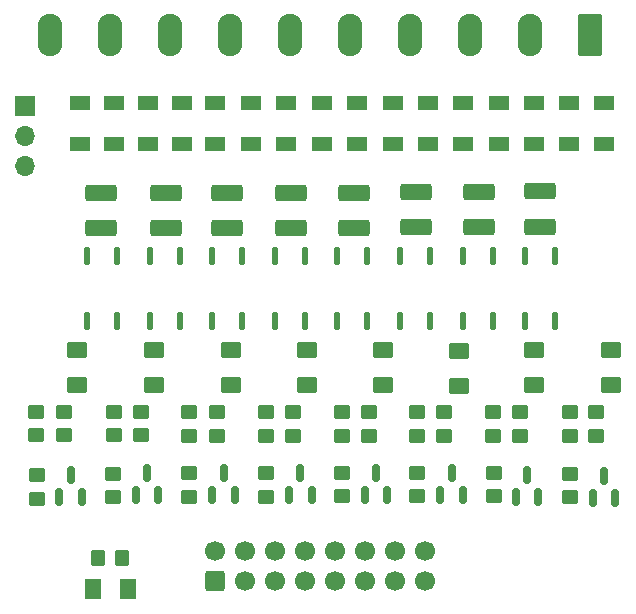
<source format=gbr>
%TF.GenerationSoftware,KiCad,Pcbnew,6.0.11+dfsg-1~bpo11+1*%
%TF.CreationDate,2023-07-05T16:24:21+02:00*%
%TF.ProjectId,dout8rib21,646f7574-3872-4696-9232-312e6b696361,1.1*%
%TF.SameCoordinates,Original*%
%TF.FileFunction,Soldermask,Top*%
%TF.FilePolarity,Negative*%
%FSLAX46Y46*%
G04 Gerber Fmt 4.6, Leading zero omitted, Abs format (unit mm)*
G04 Created by KiCad (PCBNEW 6.0.11+dfsg-1~bpo11+1) date 2023-07-05 16:24:21*
%MOMM*%
%LPD*%
G01*
G04 APERTURE LIST*
G04 Aperture macros list*
%AMRoundRect*
0 Rectangle with rounded corners*
0 $1 Rounding radius*
0 $2 $3 $4 $5 $6 $7 $8 $9 X,Y pos of 4 corners*
0 Add a 4 corners polygon primitive as box body*
4,1,4,$2,$3,$4,$5,$6,$7,$8,$9,$2,$3,0*
0 Add four circle primitives for the rounded corners*
1,1,$1+$1,$2,$3*
1,1,$1+$1,$4,$5*
1,1,$1+$1,$6,$7*
1,1,$1+$1,$8,$9*
0 Add four rect primitives between the rounded corners*
20,1,$1+$1,$2,$3,$4,$5,0*
20,1,$1+$1,$4,$5,$6,$7,0*
20,1,$1+$1,$6,$7,$8,$9,0*
20,1,$1+$1,$8,$9,$2,$3,0*%
G04 Aperture macros list end*
%ADD10RoundRect,0.137500X0.137500X-0.587500X0.137500X0.587500X-0.137500X0.587500X-0.137500X-0.587500X0*%
%ADD11R,1.700000X1.300000*%
%ADD12RoundRect,0.150000X0.150000X-0.587500X0.150000X0.587500X-0.150000X0.587500X-0.150000X-0.587500X0*%
%ADD13RoundRect,0.250001X1.074999X-0.462499X1.074999X0.462499X-1.074999X0.462499X-1.074999X-0.462499X0*%
%ADD14RoundRect,0.250001X-0.624999X0.462499X-0.624999X-0.462499X0.624999X-0.462499X0.624999X0.462499X0*%
%ADD15RoundRect,0.250000X0.450000X-0.350000X0.450000X0.350000X-0.450000X0.350000X-0.450000X-0.350000X0*%
%ADD16R,1.700000X1.700000*%
%ADD17O,1.700000X1.700000*%
%ADD18RoundRect,0.250000X0.600000X-0.600000X0.600000X0.600000X-0.600000X0.600000X-0.600000X-0.600000X0*%
%ADD19C,1.700000*%
%ADD20RoundRect,0.250001X0.462499X0.624999X-0.462499X0.624999X-0.462499X-0.624999X0.462499X-0.624999X0*%
%ADD21RoundRect,0.249999X0.790001X1.550001X-0.790001X1.550001X-0.790001X-1.550001X0.790001X-1.550001X0*%
%ADD22O,2.080000X3.600000*%
%ADD23RoundRect,0.250000X-0.350000X-0.450000X0.350000X-0.450000X0.350000X0.450000X-0.350000X0.450000X0*%
G04 APERTURE END LIST*
D10*
%TO.C,U6*%
X143830000Y-94950000D03*
X146370000Y-94950000D03*
X146370000Y-89450000D03*
X143830000Y-89450000D03*
%TD*%
D11*
%TO.C,D23*%
X132600000Y-80000000D03*
X132600000Y-76500000D03*
%TD*%
D12*
%TO.C,Q4*%
X156740000Y-109690000D03*
X158640000Y-109690000D03*
X157690000Y-107815000D03*
%TD*%
%TO.C,Q7*%
X137370000Y-109710000D03*
X139270000Y-109710000D03*
X138320000Y-107835000D03*
%TD*%
D13*
%TO.C,F8*%
X134400000Y-87075000D03*
X134400000Y-84100000D03*
%TD*%
D14*
%TO.C,D21*%
X132400000Y-97425000D03*
X132400000Y-100400000D03*
%TD*%
D13*
%TO.C,F7*%
X139900000Y-87075000D03*
X139900000Y-84100000D03*
%TD*%
D12*
%TO.C,Q1*%
X176050000Y-109937500D03*
X177950000Y-109937500D03*
X177000000Y-108062500D03*
%TD*%
D15*
%TO.C,R15*%
X141900000Y-109840000D03*
X141900000Y-107840000D03*
%TD*%
D11*
%TO.C,D18*%
X153100000Y-76500000D03*
X153100000Y-80000000D03*
%TD*%
D14*
%TO.C,D4*%
X164700000Y-97500000D03*
X164700000Y-100475000D03*
%TD*%
D15*
%TO.C,R20*%
X135400000Y-109900000D03*
X135400000Y-107900000D03*
%TD*%
%TO.C,R6*%
X174100000Y-104700000D03*
X174100000Y-102700000D03*
%TD*%
%TO.C,R12*%
X161200000Y-104700000D03*
X161200000Y-102700000D03*
%TD*%
D11*
%TO.C,D16*%
X165100000Y-76500000D03*
X165100000Y-80000000D03*
%TD*%
%TO.C,D17*%
X159100000Y-76500000D03*
X159100000Y-80000000D03*
%TD*%
D12*
%TO.C,Q2*%
X169550000Y-109875000D03*
X171450000Y-109875000D03*
X170500000Y-108000000D03*
%TD*%
D11*
%TO.C,D14*%
X177000000Y-76500000D03*
X177000000Y-80000000D03*
%TD*%
%TO.C,D19*%
X147100000Y-76500000D03*
X147100000Y-80000000D03*
%TD*%
%TO.C,D15*%
X171100000Y-76500000D03*
X171100000Y-80000000D03*
%TD*%
D16*
%TO.C,J3*%
X128000000Y-76775000D03*
D17*
X128000000Y-79315000D03*
X128000000Y-81855000D03*
%TD*%
D11*
%TO.C,D11*%
X156100000Y-80000000D03*
X156100000Y-76500000D03*
%TD*%
D13*
%TO.C,F2*%
X166400000Y-87000000D03*
X166400000Y-84025000D03*
%TD*%
D15*
%TO.C,R24*%
X135500000Y-104650000D03*
X135500000Y-102650000D03*
%TD*%
D13*
%TO.C,F3*%
X161100000Y-87000000D03*
X161100000Y-84025000D03*
%TD*%
D12*
%TO.C,Q3*%
X163160000Y-109690000D03*
X165060000Y-109690000D03*
X164110000Y-107815000D03*
%TD*%
D15*
%TO.C,R3*%
X167650000Y-109820000D03*
X167650000Y-107820000D03*
%TD*%
D14*
%TO.C,D2*%
X177600000Y-97425000D03*
X177600000Y-100400000D03*
%TD*%
D13*
%TO.C,F1*%
X171600000Y-86975000D03*
X171600000Y-84000000D03*
%TD*%
D15*
%TO.C,R18*%
X148400000Y-104700000D03*
X148400000Y-102700000D03*
%TD*%
D10*
%TO.C,U5*%
X149130000Y-94950000D03*
X151670000Y-94950000D03*
X151670000Y-89450000D03*
X149130000Y-89450000D03*
%TD*%
D15*
%TO.C,R16*%
X150700000Y-104700000D03*
X150700000Y-102700000D03*
%TD*%
D14*
%TO.C,D7*%
X145400000Y-97412500D03*
X145400000Y-100387500D03*
%TD*%
D15*
%TO.C,R17*%
X144200000Y-104700000D03*
X144200000Y-102700000D03*
%TD*%
D11*
%TO.C,D25*%
X135500000Y-76500000D03*
X135500000Y-80000000D03*
%TD*%
%TO.C,D9*%
X168100000Y-80000000D03*
X168100000Y-76500000D03*
%TD*%
D10*
%TO.C,U7*%
X133230000Y-94950000D03*
X135770000Y-94950000D03*
X135770000Y-89450000D03*
X133230000Y-89450000D03*
%TD*%
D11*
%TO.C,D12*%
X150100000Y-80000000D03*
X150100000Y-76500000D03*
%TD*%
D14*
%TO.C,D3*%
X171100000Y-97425000D03*
X171100000Y-100400000D03*
%TD*%
D18*
%TO.C,J1*%
X144110000Y-117000000D03*
D19*
X144110000Y-114460000D03*
X146650000Y-117000000D03*
X146650000Y-114460000D03*
X149190000Y-117000000D03*
X149190000Y-114460000D03*
X151730000Y-117000000D03*
X151730000Y-114460000D03*
X154270000Y-117000000D03*
X154270000Y-114460000D03*
X156810000Y-117000000D03*
X156810000Y-114460000D03*
X159350000Y-117000000D03*
X159350000Y-114460000D03*
X161890000Y-117000000D03*
X161890000Y-114460000D03*
%TD*%
D10*
%TO.C,U1*%
X170330000Y-94950000D03*
X172870000Y-94950000D03*
X172870000Y-89450000D03*
X170330000Y-89450000D03*
%TD*%
D11*
%TO.C,D10*%
X162100000Y-80000000D03*
X162100000Y-76500000D03*
%TD*%
D13*
%TO.C,F4*%
X155800000Y-87075000D03*
X155800000Y-84100000D03*
%TD*%
D12*
%TO.C,Q8*%
X130900000Y-109900000D03*
X132800000Y-109900000D03*
X131850000Y-108025000D03*
%TD*%
D15*
%TO.C,R25*%
X128900000Y-104650000D03*
X128900000Y-102650000D03*
%TD*%
D11*
%TO.C,D13*%
X144100000Y-80000000D03*
X144100000Y-76500000D03*
%TD*%
D15*
%TO.C,R8*%
X161190000Y-109810000D03*
X161190000Y-107810000D03*
%TD*%
%TO.C,R11*%
X157100000Y-104700000D03*
X157100000Y-102700000D03*
%TD*%
%TO.C,R22*%
X137800000Y-104650000D03*
X137800000Y-102650000D03*
%TD*%
D11*
%TO.C,D22*%
X138400000Y-80000000D03*
X138400000Y-76500000D03*
%TD*%
D10*
%TO.C,U2*%
X165030000Y-94950000D03*
X167570000Y-94950000D03*
X167570000Y-89450000D03*
X165030000Y-89450000D03*
%TD*%
D15*
%TO.C,R5*%
X169900000Y-104700000D03*
X169900000Y-102700000D03*
%TD*%
D13*
%TO.C,F5*%
X150500000Y-87100000D03*
X150500000Y-84125000D03*
%TD*%
D20*
%TO.C,D1*%
X136675000Y-117660000D03*
X133700000Y-117660000D03*
%TD*%
D10*
%TO.C,U8*%
X138530000Y-94950000D03*
X141070000Y-94950000D03*
X141070000Y-89450000D03*
X138530000Y-89450000D03*
%TD*%
D15*
%TO.C,R4*%
X176300000Y-104700000D03*
X176300000Y-102700000D03*
%TD*%
%TO.C,R9*%
X154800000Y-109800000D03*
X154800000Y-107800000D03*
%TD*%
%TO.C,R13*%
X154800000Y-104700000D03*
X154800000Y-102700000D03*
%TD*%
%TO.C,R19*%
X141900000Y-104700000D03*
X141900000Y-102700000D03*
%TD*%
%TO.C,R14*%
X148420000Y-109830000D03*
X148420000Y-107830000D03*
%TD*%
D12*
%TO.C,Q6*%
X143850000Y-109720000D03*
X145750000Y-109720000D03*
X144800000Y-107845000D03*
%TD*%
D21*
%TO.C,J2*%
X175860000Y-70777500D03*
D22*
X170780000Y-70777500D03*
X165700000Y-70777500D03*
X160620000Y-70777500D03*
X155540000Y-70777500D03*
X150460000Y-70777500D03*
X145380000Y-70777500D03*
X140300000Y-70777500D03*
X135220000Y-70777500D03*
X130140000Y-70777500D03*
%TD*%
D13*
%TO.C,F6*%
X145100000Y-87075000D03*
X145100000Y-84100000D03*
%TD*%
D11*
%TO.C,D8*%
X174000000Y-80000000D03*
X174000000Y-76500000D03*
%TD*%
D10*
%TO.C,U3*%
X159730000Y-94950000D03*
X162270000Y-94950000D03*
X162270000Y-89450000D03*
X159730000Y-89450000D03*
%TD*%
D15*
%TO.C,R23*%
X131300000Y-104650000D03*
X131300000Y-102650000D03*
%TD*%
D23*
%TO.C,R1*%
X134160000Y-115010000D03*
X136160000Y-115010000D03*
%TD*%
D15*
%TO.C,R21*%
X129000000Y-110000000D03*
X129000000Y-108000000D03*
%TD*%
D10*
%TO.C,U4*%
X154430000Y-94950000D03*
X156970000Y-94950000D03*
X156970000Y-89450000D03*
X154430000Y-89450000D03*
%TD*%
D12*
%TO.C,Q5*%
X150340000Y-109710000D03*
X152240000Y-109710000D03*
X151290000Y-107835000D03*
%TD*%
D14*
%TO.C,D6*%
X151900000Y-97400000D03*
X151900000Y-100375000D03*
%TD*%
%TO.C,D20*%
X138900000Y-97412500D03*
X138900000Y-100387500D03*
%TD*%
D15*
%TO.C,R10*%
X163500000Y-104700000D03*
X163500000Y-102700000D03*
%TD*%
%TO.C,R2*%
X174100000Y-109900000D03*
X174100000Y-107900000D03*
%TD*%
D14*
%TO.C,D5*%
X158300000Y-97400000D03*
X158300000Y-100375000D03*
%TD*%
D15*
%TO.C,R7*%
X167600000Y-104700000D03*
X167600000Y-102700000D03*
%TD*%
D11*
%TO.C,D24*%
X141300000Y-76500000D03*
X141300000Y-80000000D03*
%TD*%
M02*

</source>
